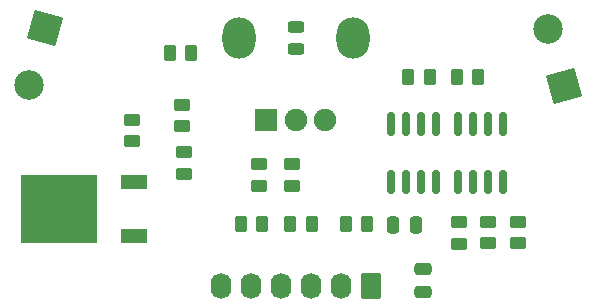
<source format=gbr>
%TF.GenerationSoftware,KiCad,Pcbnew,6.0.11-2627ca5db0~126~ubuntu22.04.1*%
%TF.CreationDate,2024-08-23T15:04:18+02:00*%
%TF.ProjectId,PowerMeTer,506f7765-724d-4655-9465-722e6b696361,rev?*%
%TF.SameCoordinates,Original*%
%TF.FileFunction,Soldermask,Top*%
%TF.FilePolarity,Negative*%
%FSLAX46Y46*%
G04 Gerber Fmt 4.6, Leading zero omitted, Abs format (unit mm)*
G04 Created by KiCad (PCBNEW 6.0.11-2627ca5db0~126~ubuntu22.04.1) date 2024-08-23 15:04:18*
%MOMM*%
%LPD*%
G01*
G04 APERTURE LIST*
G04 Aperture macros list*
%AMRoundRect*
0 Rectangle with rounded corners*
0 $1 Rounding radius*
0 $2 $3 $4 $5 $6 $7 $8 $9 X,Y pos of 4 corners*
0 Add a 4 corners polygon primitive as box body*
4,1,4,$2,$3,$4,$5,$6,$7,$8,$9,$2,$3,0*
0 Add four circle primitives for the rounded corners*
1,1,$1+$1,$2,$3*
1,1,$1+$1,$4,$5*
1,1,$1+$1,$6,$7*
1,1,$1+$1,$8,$9*
0 Add four rect primitives between the rounded corners*
20,1,$1+$1,$2,$3,$4,$5,0*
20,1,$1+$1,$4,$5,$6,$7,0*
20,1,$1+$1,$6,$7,$8,$9,0*
20,1,$1+$1,$8,$9,$2,$3,0*%
%AMRotRect*
0 Rectangle, with rotation*
0 The origin of the aperture is its center*
0 $1 length*
0 $2 width*
0 $3 Rotation angle, in degrees counterclockwise*
0 Add horizontal line*
21,1,$1,$2,0,0,$3*%
G04 Aperture macros list end*
%ADD10RotRect,2.500000X2.500000X105.500000*%
%ADD11C,2.500000*%
%ADD12RoundRect,0.250000X0.262500X0.450000X-0.262500X0.450000X-0.262500X-0.450000X0.262500X-0.450000X0*%
%ADD13RoundRect,0.250000X0.620000X0.845000X-0.620000X0.845000X-0.620000X-0.845000X0.620000X-0.845000X0*%
%ADD14O,1.740000X2.190000*%
%ADD15RoundRect,0.250000X-0.262500X-0.450000X0.262500X-0.450000X0.262500X0.450000X-0.262500X0.450000X0*%
%ADD16RoundRect,0.150000X0.150000X-0.825000X0.150000X0.825000X-0.150000X0.825000X-0.150000X-0.825000X0*%
%ADD17R,2.200000X1.200000*%
%ADD18R,6.400000X5.800000*%
%ADD19RoundRect,0.243750X0.456250X-0.243750X0.456250X0.243750X-0.456250X0.243750X-0.456250X-0.243750X0*%
%ADD20RoundRect,0.250000X-0.475000X0.250000X-0.475000X-0.250000X0.475000X-0.250000X0.475000X0.250000X0*%
%ADD21RoundRect,0.250000X-0.450000X0.262500X-0.450000X-0.262500X0.450000X-0.262500X0.450000X0.262500X0*%
%ADD22RoundRect,0.150000X-0.150000X0.825000X-0.150000X-0.825000X0.150000X-0.825000X0.150000X0.825000X0*%
%ADD23RoundRect,0.250000X0.450000X-0.262500X0.450000X0.262500X-0.450000X0.262500X-0.450000X-0.262500X0*%
%ADD24RoundRect,0.250000X-0.250000X-0.475000X0.250000X-0.475000X0.250000X0.475000X-0.250000X0.475000X0*%
%ADD25O,2.800000X3.500000*%
%ADD26R,1.900000X1.900000*%
%ADD27C,1.900000*%
%ADD28RotRect,2.500000X2.500000X254.500000*%
G04 APERTURE END LIST*
D10*
%TO.C,J2*%
X122697185Y-46500000D03*
D11*
X121360993Y-41681848D03*
%TD*%
D12*
%TO.C,R7*%
X115421500Y-45750000D03*
X113596500Y-45750000D03*
%TD*%
D13*
%TO.C,J3*%
X106350000Y-63430000D03*
D14*
X103810000Y-63430000D03*
X101270000Y-63430000D03*
X98730000Y-63430000D03*
X96190000Y-63430000D03*
X93650000Y-63430000D03*
%TD*%
D15*
%TO.C,R2*%
X95308500Y-58166000D03*
X97133500Y-58166000D03*
%TD*%
D16*
%TO.C,U1*%
X108045000Y-54675000D03*
X109315000Y-54675000D03*
X110585000Y-54675000D03*
X111855000Y-54675000D03*
X111855000Y-49725000D03*
X110585000Y-49725000D03*
X109315000Y-49725000D03*
X108045000Y-49725000D03*
%TD*%
D15*
%TO.C,R1*%
X89297500Y-43690000D03*
X91122500Y-43690000D03*
%TD*%
D12*
%TO.C,R5*%
X106023500Y-58166000D03*
X104198500Y-58166000D03*
%TD*%
D17*
%TO.C,Q1*%
X86260000Y-59230000D03*
D18*
X79960000Y-56950000D03*
D17*
X86260000Y-54670000D03*
%TD*%
D19*
%TO.C,D1*%
X100000000Y-43355500D03*
X100000000Y-41480500D03*
%TD*%
D20*
%TO.C,C2*%
X110750000Y-62050000D03*
X110750000Y-63950000D03*
%TD*%
D21*
%TO.C,R13*%
X99640000Y-53157500D03*
X99640000Y-54982500D03*
%TD*%
D22*
%TO.C,U2*%
X117555000Y-49725000D03*
X116285000Y-49725000D03*
X115015000Y-49725000D03*
X113745000Y-49725000D03*
X113745000Y-54675000D03*
X115015000Y-54675000D03*
X116285000Y-54675000D03*
X117555000Y-54675000D03*
%TD*%
D23*
%TO.C,R6*%
X113790000Y-59852500D03*
X113790000Y-58027500D03*
%TD*%
D15*
%TO.C,R3*%
X109509000Y-45750000D03*
X111334000Y-45750000D03*
%TD*%
D12*
%TO.C,R4*%
X101324500Y-58166000D03*
X99499500Y-58166000D03*
%TD*%
D23*
%TO.C,R14*%
X96900000Y-54982500D03*
X96900000Y-53157500D03*
%TD*%
%TO.C,R8*%
X86160000Y-51202500D03*
X86160000Y-49377500D03*
%TD*%
D21*
%TO.C,R11*%
X90506000Y-52126500D03*
X90506000Y-53951500D03*
%TD*%
D24*
%TO.C,C1*%
X108225000Y-58293000D03*
X110125000Y-58293000D03*
%TD*%
D25*
%TO.C,RV1*%
X104800000Y-42418000D03*
X95200000Y-42418000D03*
D26*
X97500000Y-49418000D03*
D27*
X100000000Y-49418000D03*
X102500000Y-49418000D03*
%TD*%
D21*
%TO.C,R12*%
X90379000Y-48086000D03*
X90379000Y-49911000D03*
%TD*%
D23*
%TO.C,R10*%
X118827000Y-59840500D03*
X118827000Y-58015500D03*
%TD*%
%TO.C,R9*%
X116287000Y-59840500D03*
X116287000Y-58015500D03*
%TD*%
D28*
%TO.C,J1*%
X78740000Y-41640000D03*
D11*
X77403808Y-46458152D03*
%TD*%
M02*

</source>
